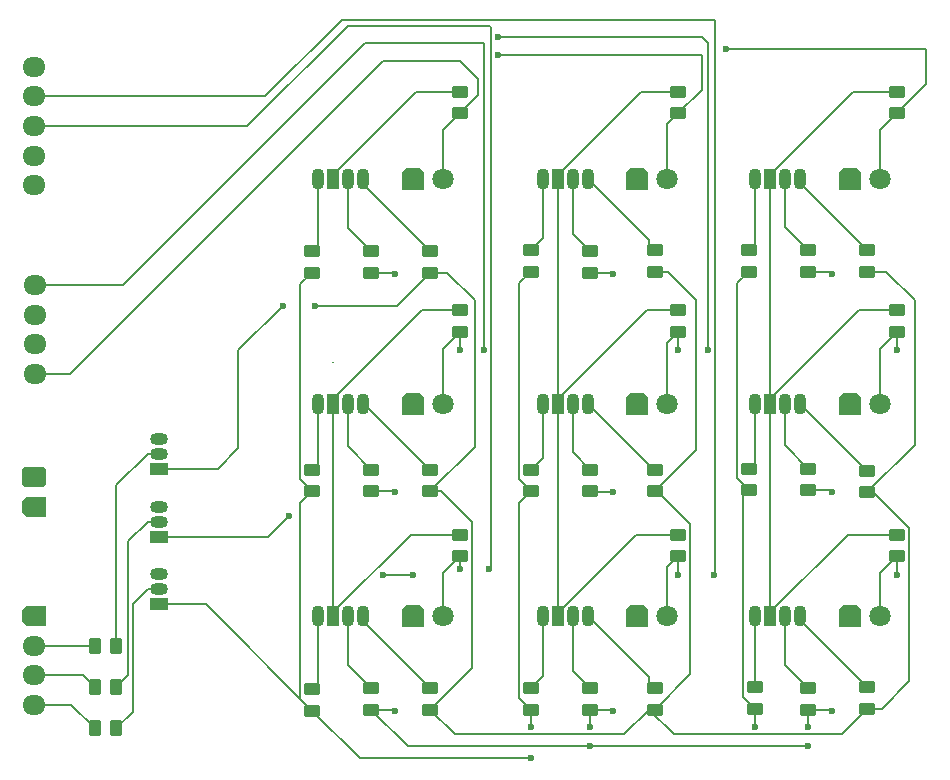
<source format=gbr>
G04 #@! TF.GenerationSoftware,KiCad,Pcbnew,8.0.0*
G04 #@! TF.CreationDate,2024-03-14T11:38:26-06:00*
G04 #@! TF.ProjectId,ColorSensor,436f6c6f-7253-4656-9e73-6f722e6b6963,A*
G04 #@! TF.SameCoordinates,Original*
G04 #@! TF.FileFunction,Copper,L1,Top*
G04 #@! TF.FilePolarity,Positive*
%FSLAX46Y46*%
G04 Gerber Fmt 4.6, Leading zero omitted, Abs format (unit mm)*
G04 Created by KiCad (PCBNEW 8.0.0) date 2024-03-14 11:38:26*
%MOMM*%
%LPD*%
G01*
G04 APERTURE LIST*
G04 Aperture macros list*
%AMRoundRect*
0 Rectangle with rounded corners*
0 $1 Rounding radius*
0 $2 $3 $4 $5 $6 $7 $8 $9 X,Y pos of 4 corners*
0 Add a 4 corners polygon primitive as box body*
4,1,4,$2,$3,$4,$5,$6,$7,$8,$9,$2,$3,0*
0 Add four circle primitives for the rounded corners*
1,1,$1+$1,$2,$3*
1,1,$1+$1,$4,$5*
1,1,$1+$1,$6,$7*
1,1,$1+$1,$8,$9*
0 Add four rect primitives between the rounded corners*
20,1,$1+$1,$2,$3,$4,$5,0*
20,1,$1+$1,$4,$5,$6,$7,0*
20,1,$1+$1,$6,$7,$8,$9,0*
20,1,$1+$1,$8,$9,$2,$3,0*%
%AMOutline5P*
0 Free polygon, 5 corners , with rotation*
0 The origin of the aperture is its center*
0 number of corners: always 5*
0 $1 to $10 corner X, Y*
0 $11 Rotation angle, in degrees counterclockwise*
0 create outline with 5 corners*
4,1,5,$1,$2,$3,$4,$5,$6,$7,$8,$9,$10,$1,$2,$11*%
%AMOutline6P*
0 Free polygon, 6 corners , with rotation*
0 The origin of the aperture is its center*
0 number of corners: always 6*
0 $1 to $12 corner X, Y*
0 $13 Rotation angle, in degrees counterclockwise*
0 create outline with 6 corners*
4,1,6,$1,$2,$3,$4,$5,$6,$7,$8,$9,$10,$11,$12,$1,$2,$13*%
%AMOutline7P*
0 Free polygon, 7 corners , with rotation*
0 The origin of the aperture is its center*
0 number of corners: always 7*
0 $1 to $14 corner X, Y*
0 $15 Rotation angle, in degrees counterclockwise*
0 create outline with 7 corners*
4,1,7,$1,$2,$3,$4,$5,$6,$7,$8,$9,$10,$11,$12,$13,$14,$1,$2,$15*%
%AMOutline8P*
0 Free polygon, 8 corners , with rotation*
0 The origin of the aperture is its center*
0 number of corners: always 8*
0 $1 to $16 corner X, Y*
0 $17 Rotation angle, in degrees counterclockwise*
0 create outline with 8 corners*
4,1,8,$1,$2,$3,$4,$5,$6,$7,$8,$9,$10,$11,$12,$13,$14,$15,$16,$1,$2,$17*%
G04 Aperture macros list end*
G04 #@! TA.AperFunction,SMDPad,CuDef*
%ADD10RoundRect,0.250000X0.450000X-0.262500X0.450000X0.262500X-0.450000X0.262500X-0.450000X-0.262500X0*%
G04 #@! TD*
G04 #@! TA.AperFunction,ComponentPad*
%ADD11Outline6P,-0.900000X0.540000X-0.540000X0.900000X0.540000X0.900000X0.900000X0.540000X0.900000X-0.900000X-0.900000X-0.900000X0.000000*%
G04 #@! TD*
G04 #@! TA.AperFunction,ComponentPad*
%ADD12C,1.800000*%
G04 #@! TD*
G04 #@! TA.AperFunction,SMDPad,CuDef*
%ADD13RoundRect,0.250000X-0.450000X0.262500X-0.450000X-0.262500X0.450000X-0.262500X0.450000X0.262500X0*%
G04 #@! TD*
G04 #@! TA.AperFunction,ComponentPad*
%ADD14O,1.950000X1.700000*%
G04 #@! TD*
G04 #@! TA.AperFunction,ComponentPad*
%ADD15R,1.500000X1.050000*%
G04 #@! TD*
G04 #@! TA.AperFunction,ComponentPad*
%ADD16O,1.500000X1.050000*%
G04 #@! TD*
G04 #@! TA.AperFunction,ComponentPad*
%ADD17O,1.070000X1.800000*%
G04 #@! TD*
G04 #@! TA.AperFunction,ComponentPad*
%ADD18R,1.070000X1.800000*%
G04 #@! TD*
G04 #@! TA.AperFunction,SMDPad,CuDef*
%ADD19RoundRect,0.250000X-0.262500X-0.450000X0.262500X-0.450000X0.262500X0.450000X-0.262500X0.450000X0*%
G04 #@! TD*
G04 #@! TA.AperFunction,ComponentPad*
%ADD20Outline6P,-0.850000X0.660000X-0.510000X1.000000X0.510000X1.000000X0.850000X0.660000X0.850000X-1.000000X-0.850000X-1.000000X90.000000*%
G04 #@! TD*
G04 #@! TA.AperFunction,ComponentPad*
%ADD21RoundRect,0.250000X0.750000X-0.600000X0.750000X0.600000X-0.750000X0.600000X-0.750000X-0.600000X0*%
G04 #@! TD*
G04 #@! TA.AperFunction,ComponentPad*
%ADD22Outline6P,-0.850000X0.635000X-0.510000X0.975000X0.510000X0.975000X0.850000X0.635000X0.850000X-0.975000X-0.850000X-0.975000X90.000000*%
G04 #@! TD*
G04 #@! TA.AperFunction,ViaPad*
%ADD23C,0.600000*%
G04 #@! TD*
G04 #@! TA.AperFunction,Conductor*
%ADD24C,0.200000*%
G04 #@! TD*
G04 APERTURE END LIST*
D10*
X125500000Y-107412500D03*
X125500000Y-105587500D03*
D11*
X134000000Y-81000000D03*
D12*
X136540000Y-81000000D03*
D13*
X156500000Y-92087500D03*
X156500000Y-93912500D03*
D11*
X171000000Y-100000000D03*
D12*
X173540000Y-100000000D03*
D10*
X135500000Y-88912500D03*
X135500000Y-87087500D03*
D11*
X153000000Y-118000000D03*
D12*
X155540000Y-118000000D03*
D14*
X101975000Y-81500000D03*
X101975000Y-79000000D03*
X101975000Y-76500000D03*
X101975000Y-74000000D03*
X101975000Y-71500000D03*
D13*
X138000000Y-73587500D03*
X138000000Y-75412500D03*
D10*
X172500000Y-125825000D03*
X172500000Y-124000000D03*
D15*
X112500000Y-105500000D03*
D16*
X112500000Y-104230000D03*
X112500000Y-102960000D03*
D17*
X126000000Y-100000000D03*
D18*
X127270000Y-100000000D03*
D17*
X128540000Y-100000000D03*
X129810000Y-100000000D03*
D13*
X175000000Y-92087500D03*
X175000000Y-93912500D03*
D11*
X153000000Y-100000000D03*
D12*
X155540000Y-100000000D03*
D10*
X125500000Y-126000000D03*
X125500000Y-124175000D03*
D15*
X112500000Y-117000000D03*
D16*
X112500000Y-115730000D03*
X112500000Y-114460000D03*
D10*
X154500000Y-88825000D03*
X154500000Y-87000000D03*
X130500000Y-125912500D03*
X130500000Y-124087500D03*
X172500000Y-88825000D03*
X172500000Y-87000000D03*
X167500000Y-107325000D03*
X167500000Y-105500000D03*
D11*
X171000000Y-81000000D03*
D12*
X173540000Y-81000000D03*
D10*
X167500000Y-88825000D03*
X167500000Y-87000000D03*
X135500000Y-125912500D03*
X135500000Y-124087500D03*
D19*
X107087500Y-127500000D03*
X108912500Y-127500000D03*
D13*
X175000000Y-73587500D03*
X175000000Y-75412500D03*
D15*
X112500000Y-111270000D03*
D16*
X112500000Y-110000000D03*
X112500000Y-108730000D03*
D10*
X130500000Y-107412500D03*
X130500000Y-105587500D03*
D17*
X163000000Y-100000000D03*
D18*
X164270000Y-100000000D03*
D17*
X165540000Y-100000000D03*
X166810000Y-100000000D03*
D10*
X154500000Y-125912500D03*
X154500000Y-124087500D03*
X149000000Y-125912500D03*
X149000000Y-124087500D03*
D11*
X153000000Y-81000000D03*
D12*
X155540000Y-81000000D03*
D10*
X144000000Y-107412500D03*
X144000000Y-105587500D03*
X135500000Y-107412500D03*
X135500000Y-105587500D03*
X154500000Y-107412500D03*
X154500000Y-105587500D03*
D19*
X107087500Y-124000000D03*
X108912500Y-124000000D03*
D10*
X130500000Y-88912500D03*
X130500000Y-87087500D03*
D11*
X171000000Y-118000000D03*
D12*
X173540000Y-118000000D03*
D13*
X138000000Y-111087500D03*
X138000000Y-112912500D03*
D17*
X145000000Y-100000000D03*
D18*
X146270000Y-100000000D03*
D17*
X147540000Y-100000000D03*
X148810000Y-100000000D03*
D10*
X149000000Y-88912500D03*
X149000000Y-87087500D03*
D17*
X145000000Y-118000000D03*
D18*
X146270000Y-118000000D03*
D17*
X147540000Y-118000000D03*
X148810000Y-118000000D03*
D10*
X167500000Y-125912500D03*
X167500000Y-124087500D03*
D20*
X101975000Y-108750000D03*
D21*
X101975000Y-106250000D03*
D10*
X125500000Y-88912500D03*
X125500000Y-87087500D03*
D13*
X175000000Y-111087500D03*
X175000000Y-112912500D03*
D10*
X162500000Y-107325000D03*
X162500000Y-105500000D03*
D19*
X107087500Y-120500000D03*
X108912500Y-120500000D03*
D10*
X163000000Y-125825000D03*
X163000000Y-124000000D03*
D13*
X138000000Y-92087500D03*
X138000000Y-93912500D03*
D10*
X149000000Y-107412500D03*
X149000000Y-105587500D03*
D17*
X163000000Y-81000000D03*
D18*
X164270000Y-81000000D03*
D17*
X165540000Y-81000000D03*
X166810000Y-81000000D03*
X126000000Y-118000000D03*
D18*
X127270000Y-118000000D03*
D17*
X128540000Y-118000000D03*
X129810000Y-118000000D03*
X145000000Y-81000000D03*
D18*
X146270000Y-81000000D03*
D17*
X147540000Y-81000000D03*
X148810000Y-81000000D03*
D10*
X172500000Y-107500000D03*
X172500000Y-105675000D03*
D14*
X102000000Y-97500000D03*
X102000000Y-95000000D03*
X102000000Y-92500000D03*
X102000000Y-90000000D03*
D10*
X144000000Y-125912500D03*
X144000000Y-124087500D03*
D11*
X134000000Y-100000000D03*
D12*
X136540000Y-100000000D03*
D13*
X156500000Y-73587500D03*
X156500000Y-75412500D03*
D11*
X134000000Y-118000000D03*
D12*
X136540000Y-118000000D03*
D17*
X163000000Y-118000000D03*
D18*
X164270000Y-118000000D03*
D17*
X165540000Y-118000000D03*
X166810000Y-118000000D03*
D10*
X162500000Y-88825000D03*
X162500000Y-87000000D03*
D17*
X126000000Y-81000000D03*
D18*
X127270000Y-81000000D03*
D17*
X128540000Y-81000000D03*
X129810000Y-81000000D03*
D13*
X156500000Y-111087500D03*
X156500000Y-112912500D03*
D10*
X144000000Y-88825000D03*
X144000000Y-87000000D03*
D14*
X101975000Y-125500000D03*
X101975000Y-123000000D03*
X101975000Y-120500000D03*
D22*
X101975000Y-118000000D03*
D23*
X134000000Y-114500000D03*
X131500000Y-114500000D03*
X138000000Y-95500000D03*
X140000000Y-95500000D03*
X141200000Y-70500000D03*
X160500000Y-70000000D03*
X159000000Y-95500000D03*
X141250000Y-69000000D03*
X156500000Y-95500000D03*
X156500000Y-114500000D03*
X159500000Y-114500000D03*
X175000000Y-95500000D03*
X175000000Y-114500000D03*
X138000000Y-114000000D03*
X140500000Y-114000000D03*
X163000000Y-127400000D03*
X144000000Y-127400000D03*
X144000000Y-130000000D03*
X151000000Y-89000000D03*
X132500000Y-107500000D03*
X169500000Y-107500000D03*
X167500000Y-129000000D03*
X151000000Y-126000000D03*
X151000000Y-107500000D03*
X132500000Y-89000000D03*
X169500000Y-126000000D03*
X167500000Y-127400000D03*
X149000000Y-129000000D03*
X123500000Y-109500000D03*
X169500000Y-89000000D03*
X132500000Y-126000000D03*
X149000000Y-127400000D03*
X123000000Y-91750000D03*
X125750000Y-91750000D03*
D24*
X128540000Y-85127500D02*
X130500000Y-87087500D01*
X128540000Y-81000000D02*
X128540000Y-85127500D01*
X129810000Y-81397500D02*
X135500000Y-87087500D01*
X126000000Y-86587500D02*
X125500000Y-87087500D01*
X126000000Y-81000000D02*
X126000000Y-86587500D01*
X127270000Y-80635000D02*
X134317500Y-73587500D01*
X127270000Y-117635000D02*
X133817500Y-111087500D01*
X152906632Y-111087500D02*
X156500000Y-111087500D01*
X127270000Y-99635000D02*
X134817500Y-92087500D01*
X127250000Y-96500000D02*
X127270000Y-96480000D01*
X164270000Y-100000000D02*
X164270000Y-81000000D01*
X146270000Y-118000000D02*
X146270000Y-100000000D01*
X146270000Y-117724132D02*
X152906632Y-111087500D01*
X164270000Y-117635000D02*
X170817500Y-111087500D01*
X164270000Y-117635000D02*
X164270000Y-100000000D01*
X170817500Y-111087500D02*
X175000000Y-111087500D01*
X127270000Y-118000000D02*
X127270000Y-100000000D01*
X171317500Y-73587500D02*
X175000000Y-73587500D01*
X146270000Y-80635000D02*
X153317500Y-73587500D01*
X164270000Y-99635000D02*
X171817500Y-92087500D01*
X134817500Y-92087500D02*
X138000000Y-92087500D01*
X153317500Y-73587500D02*
X156500000Y-73587500D01*
X133817500Y-111087500D02*
X138000000Y-111087500D01*
X171817500Y-92087500D02*
X175000000Y-92087500D01*
X134317500Y-73587500D02*
X138000000Y-73587500D01*
X127250000Y-96500000D02*
X127270000Y-96520000D01*
X146270000Y-100000000D02*
X146270000Y-81000000D01*
X164270000Y-80635000D02*
X171317500Y-73587500D01*
X146270000Y-99635000D02*
X153817500Y-92087500D01*
X153817500Y-92087500D02*
X156500000Y-92087500D01*
X148810000Y-81000000D02*
X154000000Y-86190000D01*
X154000000Y-86190000D02*
X154000000Y-87000000D01*
X145000000Y-86000000D02*
X144000000Y-87000000D01*
X145000000Y-81000000D02*
X145000000Y-86000000D01*
X147540000Y-81000000D02*
X147540000Y-85627500D01*
X147540000Y-85627500D02*
X149000000Y-87087500D01*
X163000000Y-81000000D02*
X163000000Y-86500000D01*
X163000000Y-86500000D02*
X162500000Y-87000000D01*
X166810000Y-81310000D02*
X172500000Y-87000000D01*
X165540000Y-85040000D02*
X167500000Y-87000000D01*
X165540000Y-81000000D02*
X165540000Y-85040000D01*
X128540000Y-103627500D02*
X130500000Y-105587500D01*
X128540000Y-100000000D02*
X128540000Y-103627500D01*
X129912500Y-100000000D02*
X135500000Y-105587500D01*
X126000000Y-100000000D02*
X126000000Y-105087500D01*
X126000000Y-105087500D02*
X125500000Y-105587500D01*
X148810000Y-100000000D02*
X154000000Y-105190000D01*
X145000000Y-100000000D02*
X145000000Y-104587500D01*
X145000000Y-104587500D02*
X144000000Y-105587500D01*
X147540000Y-100000000D02*
X147540000Y-104127500D01*
X147540000Y-104127500D02*
X149000000Y-105587500D01*
X163000000Y-100000000D02*
X163000000Y-105000000D01*
X163000000Y-105000000D02*
X162500000Y-105500000D01*
X165540000Y-103540000D02*
X167500000Y-105500000D01*
X165540000Y-100000000D02*
X165540000Y-103540000D01*
X166825000Y-100000000D02*
X172500000Y-105675000D01*
X126000000Y-118000000D02*
X126000000Y-123675000D01*
X126000000Y-123675000D02*
X125500000Y-124175000D01*
X129810000Y-118397500D02*
X135500000Y-124087500D01*
X128540000Y-122127500D02*
X130500000Y-124087500D01*
X128540000Y-118000000D02*
X128540000Y-122127500D01*
X147540000Y-122627500D02*
X149000000Y-124087500D01*
X147540000Y-118000000D02*
X147540000Y-122627500D01*
X145000000Y-118000000D02*
X145000000Y-123087500D01*
X145000000Y-123087500D02*
X144000000Y-124087500D01*
X148810000Y-118000000D02*
X154000000Y-123190000D01*
X154000000Y-123190000D02*
X154000000Y-124087500D01*
X163000000Y-118000000D02*
X163000000Y-124000000D01*
X166810000Y-118310000D02*
X172500000Y-124000000D01*
X165540000Y-122127500D02*
X167500000Y-124087500D01*
X165540000Y-118000000D02*
X165540000Y-122127500D01*
X106087500Y-123000000D02*
X107087500Y-124000000D01*
X101975000Y-123000000D02*
X106087500Y-123000000D01*
X131500000Y-114500000D02*
X134000000Y-114500000D01*
X105087500Y-125500000D02*
X107087500Y-127500000D01*
X101975000Y-125500000D02*
X105087500Y-125500000D01*
X101975000Y-120500000D02*
X107087500Y-120500000D01*
X139500000Y-72500000D02*
X138000000Y-71000000D01*
X131500000Y-71000000D02*
X105000000Y-97500000D01*
X136540000Y-76872500D02*
X138000000Y-75412500D01*
X136540000Y-81000000D02*
X136540000Y-76872500D01*
X138000000Y-71000000D02*
X131500000Y-71000000D01*
X139500000Y-73912500D02*
X139500000Y-72500000D01*
X138000000Y-75412500D02*
X139500000Y-73912500D01*
X105000000Y-97500000D02*
X102000000Y-97500000D01*
X140000000Y-69500000D02*
X140000000Y-95500000D01*
X102000000Y-90000000D02*
X109500000Y-90000000D01*
X136540000Y-95372500D02*
X138000000Y-93912500D01*
X138000000Y-93912500D02*
X138000000Y-95500000D01*
X136540000Y-100000000D02*
X136540000Y-95372500D01*
X130000000Y-69500000D02*
X140000000Y-69500000D01*
X109500000Y-90000000D02*
X130000000Y-69500000D01*
X156500000Y-75412500D02*
X158500000Y-73412500D01*
X158500000Y-70500000D02*
X141200000Y-70500000D01*
X158500000Y-73412500D02*
X158500000Y-70500000D01*
X155540000Y-76372500D02*
X156500000Y-75412500D01*
X155540000Y-81000000D02*
X155540000Y-76372500D01*
X160500000Y-70000000D02*
X177500000Y-70000000D01*
X177500000Y-72912500D02*
X175000000Y-75412500D01*
X177500000Y-70000000D02*
X177500000Y-72912500D01*
X173540000Y-81000000D02*
X173540000Y-76872500D01*
X173540000Y-76872500D02*
X175000000Y-75412500D01*
X158500000Y-69000000D02*
X159000000Y-69500000D01*
X156500000Y-93912500D02*
X156500000Y-95500000D01*
X155540000Y-100000000D02*
X155540000Y-94872500D01*
X159000000Y-69500000D02*
X159000000Y-95500000D01*
X141250000Y-69000000D02*
X158500000Y-69000000D01*
X155540000Y-94872500D02*
X156500000Y-93912500D01*
X121500000Y-74000000D02*
X128000000Y-67500000D01*
X156500000Y-112912500D02*
X156500000Y-114500000D01*
X155540000Y-113872500D02*
X156500000Y-112912500D01*
X159600000Y-67600000D02*
X159600000Y-114400000D01*
X155540000Y-118000000D02*
X155540000Y-113872500D01*
X159500000Y-67500000D02*
X159600000Y-67600000D01*
X159600000Y-114400000D02*
X159500000Y-114500000D01*
X128000000Y-67500000D02*
X159500000Y-67500000D01*
X101975000Y-74000000D02*
X121500000Y-74000000D01*
X173540000Y-95372500D02*
X175000000Y-93912500D01*
X175000000Y-93912500D02*
X175000000Y-95500000D01*
X173540000Y-100000000D02*
X173540000Y-95372500D01*
X175000000Y-112912500D02*
X175000000Y-114500000D01*
X173540000Y-118000000D02*
X173540000Y-114372500D01*
X173540000Y-114372500D02*
X175000000Y-112912500D01*
X128500000Y-68000000D02*
X120000000Y-76500000D01*
X138000000Y-112912500D02*
X138000000Y-114000000D01*
X140600000Y-113900000D02*
X140600000Y-68100000D01*
X140500000Y-114000000D02*
X140600000Y-113900000D01*
X140600000Y-68100000D02*
X140500000Y-68000000D01*
X136540000Y-114372500D02*
X138000000Y-112912500D01*
X120000000Y-76500000D02*
X101975000Y-76500000D01*
X140500000Y-68000000D02*
X128500000Y-68000000D01*
X136540000Y-118000000D02*
X136540000Y-114372500D01*
X144000000Y-88825000D02*
X143000000Y-89825000D01*
X124500000Y-106412500D02*
X125500000Y-107412500D01*
X124500000Y-89912500D02*
X124500000Y-106412500D01*
X125500000Y-107412500D02*
X124500000Y-108412500D01*
X116500000Y-117000000D02*
X125500000Y-126000000D01*
X143000000Y-106412500D02*
X144000000Y-107412500D01*
X163000000Y-125825000D02*
X162000000Y-124825000D01*
X144000000Y-125912500D02*
X144000000Y-127400000D01*
X143000000Y-89825000D02*
X143000000Y-106412500D01*
X125500000Y-88912500D02*
X124500000Y-89912500D01*
X124500000Y-125000000D02*
X125500000Y-126000000D01*
X143000000Y-108412500D02*
X143000000Y-124912500D01*
X161500000Y-106325000D02*
X161500000Y-89825000D01*
X163000000Y-125825000D02*
X163000000Y-127400000D01*
X124500000Y-108412500D02*
X124500000Y-125000000D01*
X162000000Y-124825000D02*
X162000000Y-107825000D01*
X143000000Y-124912500D02*
X144000000Y-125912500D01*
X162500000Y-107325000D02*
X161500000Y-106325000D01*
X162000000Y-107825000D02*
X162500000Y-107325000D01*
X161500000Y-89825000D02*
X162500000Y-88825000D01*
X125500000Y-126000000D02*
X129500000Y-130000000D01*
X112500000Y-117000000D02*
X116500000Y-117000000D01*
X129500000Y-130000000D02*
X144000000Y-130000000D01*
X144000000Y-107412500D02*
X143000000Y-108412500D01*
X112500000Y-115730000D02*
X111550000Y-115730000D01*
X111550000Y-115730000D02*
X110300000Y-116980000D01*
X110300000Y-116980000D02*
X110300000Y-126112500D01*
X110300000Y-126112500D02*
X108912500Y-127500000D01*
X109900000Y-123012500D02*
X109900000Y-111650000D01*
X109900000Y-111650000D02*
X111550000Y-110000000D01*
X111550000Y-110000000D02*
X112500000Y-110000000D01*
X108912500Y-124000000D02*
X109900000Y-123012500D01*
X167500000Y-125912500D02*
X167500000Y-127400000D01*
X132412500Y-125912500D02*
X132500000Y-126000000D01*
X169325000Y-107325000D02*
X167500000Y-107325000D01*
X169412500Y-125912500D02*
X169500000Y-126000000D01*
X169325000Y-88825000D02*
X169500000Y-89000000D01*
X167500000Y-125912500D02*
X169412500Y-125912500D01*
X130500000Y-125912500D02*
X133587500Y-129000000D01*
X149000000Y-88912500D02*
X150912500Y-88912500D01*
X121730000Y-111270000D02*
X123500000Y-109500000D01*
X149000000Y-125912500D02*
X150912500Y-125912500D01*
X150912500Y-88912500D02*
X151000000Y-89000000D01*
X149000000Y-125912500D02*
X149000000Y-127400000D01*
X132412500Y-107412500D02*
X130500000Y-107412500D01*
X130500000Y-125912500D02*
X132412500Y-125912500D01*
X132412500Y-88912500D02*
X132500000Y-89000000D01*
X169500000Y-107500000D02*
X169325000Y-107325000D01*
X130500000Y-88912500D02*
X132412500Y-88912500D01*
X150912500Y-125912500D02*
X151000000Y-126000000D01*
X151000000Y-107500000D02*
X149087500Y-107500000D01*
X112500000Y-111270000D02*
X121730000Y-111270000D01*
X149000000Y-129000000D02*
X167500000Y-129000000D01*
X132500000Y-107500000D02*
X132412500Y-107412500D01*
X167500000Y-88825000D02*
X169325000Y-88825000D01*
X133587500Y-129000000D02*
X149000000Y-129000000D01*
X108912500Y-120500000D02*
X108912500Y-106867500D01*
X108912500Y-106867500D02*
X111550000Y-104230000D01*
X111550000Y-104230000D02*
X112500000Y-104230000D01*
X136412500Y-107412500D02*
X135500000Y-107412500D01*
X135500000Y-125912500D02*
X137587500Y-128000000D01*
X151912500Y-128000000D02*
X154000000Y-125912500D01*
X172500000Y-88825000D02*
X174075000Y-88825000D01*
X173700000Y-125825000D02*
X176000000Y-123525000D01*
X139000000Y-122412500D02*
X139000000Y-110000000D01*
X176500000Y-103500000D02*
X172500000Y-107500000D01*
X173000000Y-125825000D02*
X173700000Y-125825000D01*
X154000000Y-125912500D02*
X156087500Y-128000000D01*
X154500000Y-107412500D02*
X158000000Y-103912500D01*
X155614936Y-88825000D02*
X154734744Y-88825000D01*
X158000000Y-91210064D02*
X155614936Y-88825000D01*
X158000000Y-103912500D02*
X158000000Y-91210064D01*
X139250000Y-103662500D02*
X135500000Y-107412500D01*
X135500000Y-88912500D02*
X136912500Y-88912500D01*
X135500000Y-125912500D02*
X139000000Y-122412500D01*
X157500000Y-110212500D02*
X154700000Y-107412500D01*
X136912500Y-88912500D02*
X139250000Y-91250000D01*
X176000000Y-110500000D02*
X173000000Y-107500000D01*
X154500000Y-125912500D02*
X157500000Y-122912500D01*
X157500000Y-122912500D02*
X157500000Y-110212500D01*
X174075000Y-88825000D02*
X176500000Y-91250000D01*
X139000000Y-110000000D02*
X136412500Y-107412500D01*
X117500000Y-105500000D02*
X112725000Y-105500000D01*
X170325000Y-128000000D02*
X172500000Y-125825000D01*
X132662500Y-91750000D02*
X135500000Y-88912500D01*
X139250000Y-91250000D02*
X139250000Y-103662500D01*
X156087500Y-128000000D02*
X170325000Y-128000000D01*
X125750000Y-91750000D02*
X132662500Y-91750000D01*
X123000000Y-91750000D02*
X119250000Y-95500000D01*
X176000000Y-123525000D02*
X176000000Y-110500000D01*
X137587500Y-128000000D02*
X151912500Y-128000000D01*
X176500000Y-91250000D02*
X176500000Y-103500000D01*
X119250000Y-95500000D02*
X119250000Y-103750000D01*
X119250000Y-103750000D02*
X117500000Y-105500000D01*
M02*

</source>
